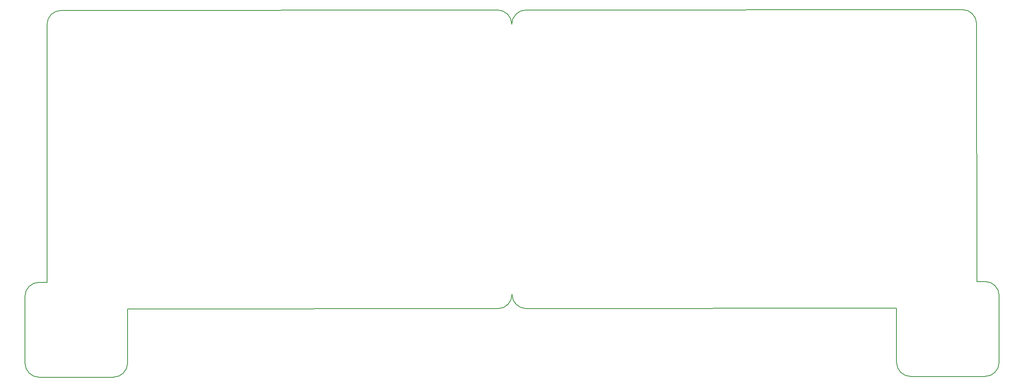
<source format=gbr>
G04 #@! TF.GenerationSoftware,KiCad,Pcbnew,(5.1.4)-1*
G04 #@! TF.CreationDate,2020-11-18T14:17:54-05:00*
G04 #@! TF.ProjectId,splitty,73706c69-7474-4792-9e6b-696361645f70,rev?*
G04 #@! TF.SameCoordinates,Original*
G04 #@! TF.FileFunction,Profile,NP*
%FSLAX46Y46*%
G04 Gerber Fmt 4.6, Leading zero omitted, Abs format (unit mm)*
G04 Created by KiCad (PCBNEW (5.1.4)-1) date 2020-11-18 14:17:54*
%MOMM*%
%LPD*%
G04 APERTURE LIST*
%ADD10C,0.200000*%
G04 APERTURE END LIST*
D10*
X244263705Y-58876287D02*
X244312208Y-113097545D01*
X48661195Y-59051261D02*
X48709698Y-113272519D01*
X65627174Y-130241739D02*
G75*
G02X62632547Y-133247102I-2999995J-5368D01*
G01*
X65606880Y-118897962D02*
X65627175Y-130241740D01*
X44002663Y-116280945D02*
G75*
G02X46997291Y-113275583I2999995J5367D01*
G01*
X44027709Y-130280383D02*
X44002663Y-116280945D01*
X48709698Y-113272519D02*
X46997291Y-113275583D01*
X47033071Y-133275011D02*
G75*
G02X44027709Y-130280383I-5367J2999995D01*
G01*
X62632547Y-133247102D02*
X47033072Y-133275011D01*
X146513315Y-115825587D02*
G75*
G02X143516000Y-118828270I-2999999J-2684D01*
G01*
X65606880Y-118897962D02*
X143516000Y-118828270D01*
X48661195Y-59051261D02*
G75*
G02X51658528Y-56048579I2999999J2683D01*
G01*
X143459786Y-55966992D02*
G75*
G02X146462450Y-58964307I2666J-2999998D01*
G01*
X51658528Y-56048579D02*
X143459785Y-55966991D01*
X246024618Y-113097545D02*
G75*
G02X249024618Y-116097545I0J-3000000D01*
G01*
X249024618Y-130097005D02*
G75*
G02X246024618Y-133097005I-3000000J0D01*
G01*
X230425118Y-133097005D02*
G75*
G02X227425118Y-130097005I0J3000000D01*
G01*
X227425118Y-118753210D02*
X227425118Y-130097005D01*
X249024618Y-130097005D02*
X249024618Y-116097545D01*
X244312208Y-113097545D02*
X246024618Y-113097545D01*
X227425118Y-118753210D02*
X149515997Y-118822902D01*
X230425118Y-133097005D02*
X246024618Y-133097005D01*
X146462450Y-58964307D02*
G75*
G02X149459748Y-55961624I2999999J2684D01*
G01*
X241261005Y-55878972D02*
G75*
G02X244263705Y-58876287I2701J-2999999D01*
G01*
X149515998Y-118822902D02*
G75*
G02X146513315Y-115825587I-2684J2999999D01*
G01*
X241261005Y-55878972D02*
X149459748Y-55961624D01*
M02*

</source>
